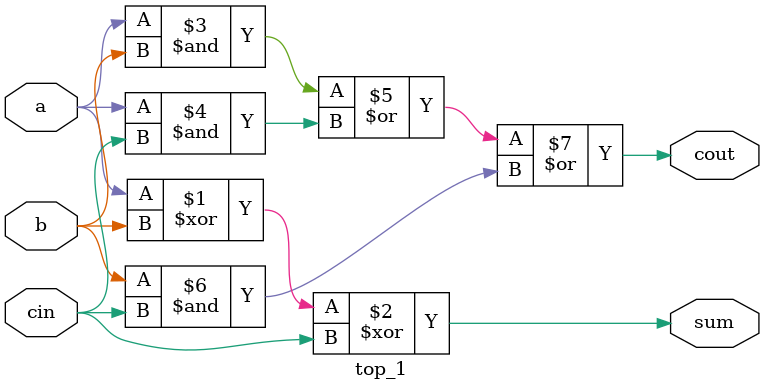
<source format=sv>
module top_1 ( 
    input a, 
    input b, 
    input cin,
    output sum, 
    output cout 
    );

    assign sum  = a^b^cin;
    assign cout = (a&b)|(a&cin)|(b&cin);
endmodule
</source>
